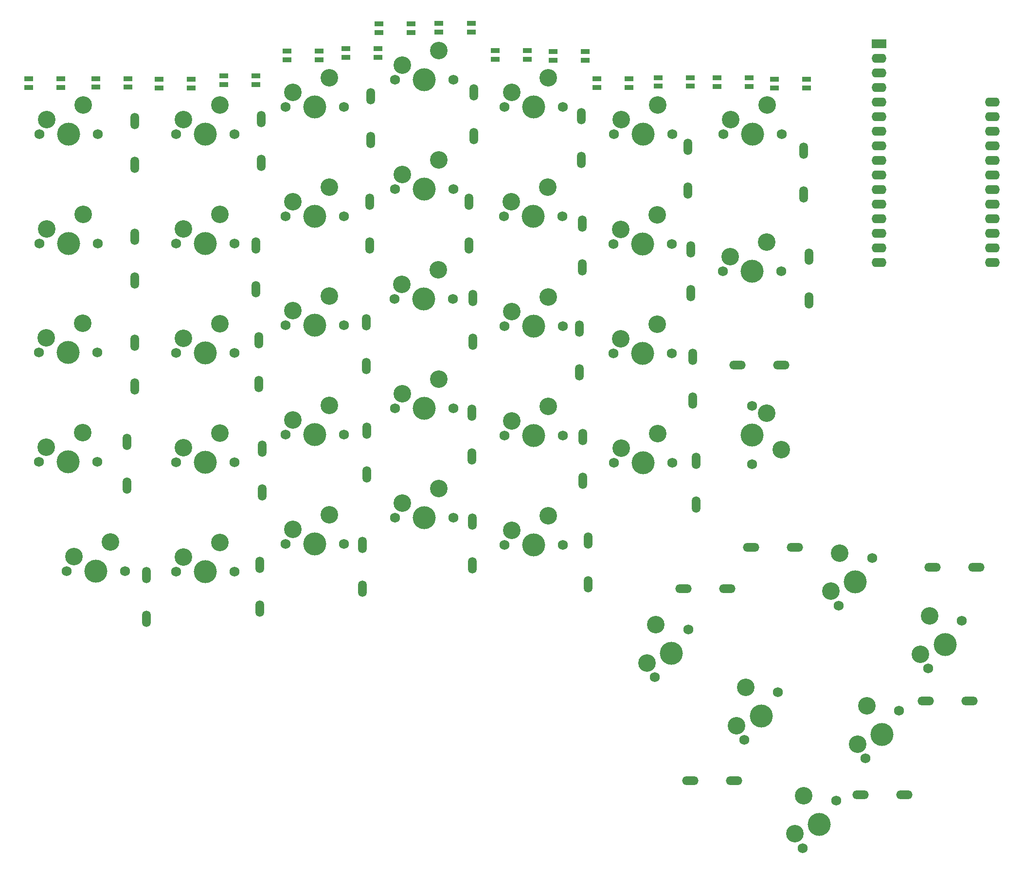
<source format=gbr>
%TF.GenerationSoftware,KiCad,Pcbnew,9.0.1*%
%TF.CreationDate,2025-07-25T21:26:32-04:00*%
%TF.ProjectId,splitboard left,73706c69-7462-46f6-9172-64206c656674,rev?*%
%TF.SameCoordinates,Original*%
%TF.FileFunction,Soldermask,Top*%
%TF.FilePolarity,Negative*%
%FSLAX46Y46*%
G04 Gerber Fmt 4.6, Leading zero omitted, Abs format (unit mm)*
G04 Created by KiCad (PCBNEW 9.0.1) date 2025-07-25 21:26:32*
%MOMM*%
%LPD*%
G01*
G04 APERTURE LIST*
G04 Aperture macros list*
%AMRoundRect*
0 Rectangle with rounded corners*
0 $1 Rounding radius*
0 $2 $3 $4 $5 $6 $7 $8 $9 X,Y pos of 4 corners*
0 Add a 4 corners polygon primitive as box body*
4,1,4,$2,$3,$4,$5,$6,$7,$8,$9,$2,$3,0*
0 Add four circle primitives for the rounded corners*
1,1,$1+$1,$2,$3*
1,1,$1+$1,$4,$5*
1,1,$1+$1,$6,$7*
1,1,$1+$1,$8,$9*
0 Add four rect primitives between the rounded corners*
20,1,$1+$1,$2,$3,$4,$5,0*
20,1,$1+$1,$4,$5,$6,$7,0*
20,1,$1+$1,$6,$7,$8,$9,0*
20,1,$1+$1,$8,$9,$2,$3,0*%
G04 Aperture macros list end*
%ADD10O,1.524800X2.845600*%
%ADD11O,2.845600X1.524800*%
%ADD12C,1.750000*%
%ADD13C,3.050000*%
%ADD14C,4.000000*%
%ADD15R,1.500000X0.820000*%
%ADD16RoundRect,0.250000X-1.050000X-0.550000X1.050000X-0.550000X1.050000X0.550000X-1.050000X0.550000X0*%
%ADD17O,2.600000X1.600000*%
G04 APERTURE END LIST*
D10*
%TO.C,D10*%
X102042500Y-63648750D03*
X102042500Y-56028750D03*
%TD*%
D11*
%TO.C,D21*%
X166062500Y-84448750D03*
X173682500Y-84448750D03*
%TD*%
D12*
%TO.C,SW11*%
X106451250Y-53838750D03*
D13*
X107721250Y-51298750D03*
D14*
X111531250Y-53838750D03*
D13*
X114071250Y-48758750D03*
D12*
X116611250Y-53838750D03*
%TD*%
%TO.C,SW32*%
X106517500Y-111063750D03*
D13*
X107787500Y-108523750D03*
D14*
X111597500Y-111063750D03*
D13*
X114137500Y-105983750D03*
D12*
X116677500Y-111063750D03*
%TD*%
D10*
%TO.C,D22*%
X59832500Y-105448750D03*
X59832500Y-97828750D03*
%TD*%
D15*
%TO.C,L50*%
X152300000Y-35910000D03*
X152300000Y-34410000D03*
X157900000Y-34410000D03*
X157900000Y-35910000D03*
%TD*%
D10*
%TO.C,D5*%
X138887500Y-48723750D03*
X138887500Y-41103750D03*
%TD*%
D12*
%TO.C,SW5*%
X125501250Y-39532500D03*
D13*
X126771250Y-36992500D03*
D14*
X130581250Y-39532500D03*
D13*
X133121250Y-34452500D03*
D12*
X135661250Y-39532500D03*
%TD*%
D15*
%TO.C,L42*%
X76680000Y-35600000D03*
X76680000Y-34100000D03*
X82280000Y-34100000D03*
X82280000Y-35600000D03*
%TD*%
D12*
%TO.C,SW33*%
X125517500Y-115803750D03*
D13*
X126787500Y-113263750D03*
D14*
X130597500Y-115803750D03*
D13*
X133137500Y-110723750D03*
D12*
X135677500Y-115803750D03*
%TD*%
D11*
%TO.C,D38*%
X195162500Y-159338750D03*
X187542500Y-159338750D03*
%TD*%
D10*
%TO.C,D9*%
X82262500Y-71233750D03*
X82262500Y-63613750D03*
%TD*%
%TO.C,D12*%
X139042500Y-67498750D03*
X139042500Y-59878750D03*
%TD*%
D12*
%TO.C,SW1*%
X44570500Y-44295000D03*
D13*
X45840500Y-41755000D03*
D14*
X49650500Y-44295000D03*
D13*
X52190500Y-39215000D03*
D12*
X54730500Y-44295000D03*
%TD*%
D10*
%TO.C,D14*%
X178542500Y-73218750D03*
X178542500Y-65598750D03*
%TD*%
D12*
%TO.C,SW8*%
X44570500Y-63298750D03*
D13*
X45840500Y-60758750D03*
D14*
X49650500Y-63298750D03*
D13*
X52190500Y-58218750D03*
D12*
X54730500Y-63298750D03*
%TD*%
D10*
%TO.C,D6*%
X157431250Y-54105000D03*
X157431250Y-46485000D03*
%TD*%
D11*
%TO.C,D37*%
X206466052Y-142982011D03*
X198846052Y-142982011D03*
%TD*%
%TO.C,D34*%
X156672500Y-123438750D03*
X164292500Y-123438750D03*
%TD*%
D15*
%TO.C,L52*%
X172540000Y-36220000D03*
X172540000Y-34720000D03*
X178140000Y-34720000D03*
X178140000Y-36220000D03*
%TD*%
D11*
%TO.C,D35*%
X157872500Y-156828750D03*
X165492500Y-156828750D03*
%TD*%
D12*
%TO.C,SW13*%
X144517500Y-63363750D03*
D13*
X145787500Y-60823750D03*
D14*
X149597500Y-63363750D03*
D13*
X152137500Y-58283750D03*
D12*
X154677500Y-63363750D03*
%TD*%
D10*
%TO.C,D4*%
X120162500Y-44583750D03*
X120162500Y-36963750D03*
%TD*%
D12*
%TO.C,SW37*%
X188362500Y-152973750D03*
D13*
X187010296Y-150476543D03*
D14*
X191276268Y-148812458D03*
D13*
X188571860Y-143818044D03*
D12*
X194190036Y-144651166D03*
%TD*%
%TO.C,SW34*%
X151687500Y-138848750D03*
D13*
X150335296Y-136351543D03*
D14*
X154601268Y-134687458D03*
D13*
X151896860Y-129693044D03*
D12*
X157515036Y-130526166D03*
%TD*%
D10*
%TO.C,D31*%
X100792500Y-123398750D03*
X100792500Y-115778750D03*
%TD*%
D12*
%TO.C,SW7*%
X163601250Y-44295000D03*
D13*
X164871250Y-41755000D03*
D14*
X168681250Y-44295000D03*
D13*
X171221250Y-39215000D03*
D12*
X173761250Y-44295000D03*
%TD*%
%TO.C,SW6*%
X144551250Y-44295000D03*
D13*
X145821250Y-41755000D03*
D14*
X149631250Y-44295000D03*
D13*
X152171250Y-39215000D03*
D12*
X154711250Y-44295000D03*
%TD*%
D15*
%TO.C,L40*%
X54440000Y-36070000D03*
X54440000Y-34570000D03*
X60040000Y-34570000D03*
X60040000Y-36070000D03*
%TD*%
D12*
%TO.C,SW16*%
X68351250Y-82338750D03*
D13*
X69621250Y-79798750D03*
D14*
X73431250Y-82338750D03*
D13*
X75971250Y-77258750D03*
D12*
X78511250Y-82338750D03*
%TD*%
%TO.C,SW2*%
X68351250Y-44295000D03*
D13*
X69621250Y-41755000D03*
D14*
X73431250Y-44295000D03*
D13*
X75971250Y-39215000D03*
D12*
X78511250Y-44295000D03*
%TD*%
D10*
%TO.C,D7*%
X177587500Y-54783750D03*
X177587500Y-47163750D03*
%TD*%
D12*
%TO.C,SW31*%
X87417500Y-115638750D03*
D13*
X88687500Y-113098750D03*
D14*
X92497500Y-115638750D03*
D13*
X95037500Y-110558750D03*
D12*
X97577500Y-115638750D03*
%TD*%
D15*
%TO.C,L39*%
X42730000Y-36100250D03*
X42730000Y-34600250D03*
X48330000Y-34600250D03*
X48330000Y-36100250D03*
%TD*%
D10*
%TO.C,D11*%
X119331250Y-63648750D03*
X119331250Y-56028750D03*
%TD*%
D12*
%TO.C,SW26*%
X125492500Y-96738750D03*
D13*
X126762500Y-94198750D03*
D14*
X130572500Y-96738750D03*
D13*
X133112500Y-91658750D03*
D12*
X135652500Y-96738750D03*
%TD*%
D10*
%TO.C,D1*%
X61187500Y-49583750D03*
X61187500Y-41963750D03*
%TD*%
D12*
%TO.C,SW12*%
X125467500Y-58588750D03*
D13*
X126737500Y-56048750D03*
D14*
X130547500Y-58588750D03*
D13*
X133087500Y-53508750D03*
D12*
X135627500Y-58588750D03*
%TD*%
%TO.C,SW18*%
X106392500Y-72938750D03*
D13*
X107662500Y-70398750D03*
D14*
X111472500Y-72938750D03*
D13*
X114012500Y-67858750D03*
D12*
X116552500Y-72938750D03*
%TD*%
D10*
%TO.C,D2*%
X83187500Y-49233750D03*
X83187500Y-41613750D03*
%TD*%
D12*
%TO.C,SW28*%
X183690036Y-126376166D03*
D13*
X182337832Y-123878959D03*
D14*
X186603804Y-122214874D03*
D13*
X183899396Y-117220460D03*
D12*
X189517572Y-118053582D03*
%TD*%
D10*
%TO.C,D17*%
X101472500Y-84608750D03*
X101472500Y-76988750D03*
%TD*%
D12*
%TO.C,SW35*%
X167312500Y-149773750D03*
D13*
X165960296Y-147276543D03*
D14*
X170226268Y-145612458D03*
D13*
X167521860Y-140618044D03*
D12*
X173140036Y-141451166D03*
%TD*%
D11*
%TO.C,D28*%
X176112500Y-116188750D03*
X168492500Y-116188750D03*
%TD*%
D10*
%TO.C,D16*%
X82782500Y-87808750D03*
X82782500Y-80188750D03*
%TD*%
%TO.C,D8*%
X61212500Y-69758750D03*
X61212500Y-62138750D03*
%TD*%
D12*
%TO.C,SW10*%
X87392500Y-58563750D03*
D13*
X88662500Y-56023750D03*
D14*
X92472500Y-58563750D03*
D13*
X95012500Y-53483750D03*
D12*
X97552500Y-58563750D03*
%TD*%
D10*
%TO.C,D20*%
X158312500Y-90638750D03*
X158312500Y-83018750D03*
%TD*%
D15*
%TO.C,L43*%
X87690000Y-31290000D03*
X87690000Y-29790000D03*
X93290000Y-29790000D03*
X93290000Y-31290000D03*
%TD*%
D10*
%TO.C,D24*%
X101572500Y-103558750D03*
X101572500Y-95938750D03*
%TD*%
D12*
%TO.C,SW3*%
X87401250Y-39532500D03*
D13*
X88671250Y-36992500D03*
D14*
X92481250Y-39532500D03*
D13*
X95021250Y-34452500D03*
D12*
X97561250Y-39532500D03*
%TD*%
D15*
%TO.C,L49*%
X141600000Y-36100250D03*
X141600000Y-34600250D03*
X147200000Y-34600250D03*
X147200000Y-36100250D03*
%TD*%
D12*
%TO.C,SW17*%
X87392500Y-77538750D03*
D13*
X88662500Y-74998750D03*
D14*
X92472500Y-77538750D03*
D13*
X95012500Y-72458750D03*
D12*
X97552500Y-77538750D03*
%TD*%
D10*
%TO.C,D18*%
X120052500Y-80408750D03*
X120052500Y-72788750D03*
%TD*%
D15*
%TO.C,L53*%
X162500000Y-35930000D03*
X162500000Y-34430000D03*
X168100000Y-34430000D03*
X168100000Y-35930000D03*
%TD*%
D16*
%TO.C,A1*%
X190730000Y-28520000D03*
D17*
X190730000Y-31060000D03*
X190730000Y-33600000D03*
X190730000Y-36140000D03*
X190730000Y-38680000D03*
X190730000Y-41220000D03*
X190730000Y-43760000D03*
X190730000Y-46300000D03*
X190730000Y-48840000D03*
X190730000Y-51380000D03*
X190730000Y-53920000D03*
X190730000Y-56460000D03*
X190730000Y-59000000D03*
X190730000Y-61540000D03*
X190730000Y-64080000D03*
X190730000Y-66620000D03*
X210450000Y-66620000D03*
X210450000Y-64080000D03*
X210450000Y-61540000D03*
X210450000Y-59000000D03*
X210450000Y-56460000D03*
X210450000Y-53920000D03*
X210450000Y-51380000D03*
X210450000Y-48840000D03*
X210450000Y-46300000D03*
X210450000Y-43760000D03*
X210450000Y-41220000D03*
X210450000Y-38680000D03*
%TD*%
D12*
%TO.C,SW19*%
X125501250Y-77678750D03*
D13*
X126771250Y-75138750D03*
D14*
X130581250Y-77678750D03*
D13*
X133121250Y-72598750D03*
D12*
X135661250Y-77678750D03*
%TD*%
D15*
%TO.C,L48*%
X133980000Y-31380000D03*
X133980000Y-29880000D03*
X139580000Y-29880000D03*
X139580000Y-31380000D03*
%TD*%
D10*
%TO.C,D33*%
X140082500Y-122678750D03*
X140082500Y-115058750D03*
%TD*%
D12*
%TO.C,SW9*%
X68392500Y-63338750D03*
D13*
X69662500Y-60798750D03*
D14*
X73472500Y-63338750D03*
D13*
X76012500Y-58258750D03*
D12*
X78552500Y-63338750D03*
%TD*%
%TO.C,SW4*%
X106451250Y-34770000D03*
D13*
X107721250Y-32230000D03*
D14*
X111531250Y-34770000D03*
D13*
X114071250Y-29690000D03*
D12*
X116611250Y-34770000D03*
%TD*%
%TO.C,SW38*%
X177412500Y-168623750D03*
D13*
X176060296Y-166126543D03*
D14*
X180326268Y-164462458D03*
D13*
X177621860Y-159468044D03*
D12*
X183240036Y-160301166D03*
%TD*%
D10*
%TO.C,D29*%
X63222500Y-128673750D03*
X63222500Y-121053750D03*
%TD*%
%TO.C,D3*%
X102262500Y-45308750D03*
X102262500Y-37688750D03*
%TD*%
%TO.C,D23*%
X83382500Y-106638750D03*
X83382500Y-99018750D03*
%TD*%
%TO.C,D13*%
X157922500Y-71978750D03*
X157922500Y-64358750D03*
%TD*%
D15*
%TO.C,L41*%
X65420000Y-36180000D03*
X65420000Y-34680000D03*
X71020000Y-34680000D03*
X71020000Y-36180000D03*
%TD*%
D12*
%TO.C,SW15*%
X44540500Y-82278750D03*
D13*
X45810500Y-79738750D03*
D14*
X49620500Y-82278750D03*
D13*
X52160500Y-77198750D03*
D12*
X54700500Y-82278750D03*
%TD*%
D15*
%TO.C,L46*%
X114140000Y-26450000D03*
X114140000Y-24950000D03*
X119740000Y-24950000D03*
X119740000Y-26450000D03*
%TD*%
D10*
%TO.C,D15*%
X61202500Y-88198750D03*
X61202500Y-80578750D03*
%TD*%
%TO.C,D25*%
X119852500Y-100378750D03*
X119852500Y-92758750D03*
%TD*%
D11*
%TO.C,D36*%
X207682500Y-119728750D03*
X200062500Y-119728750D03*
%TD*%
D10*
%TO.C,D30*%
X82956250Y-126908750D03*
X82956250Y-119288750D03*
%TD*%
D12*
%TO.C,SW29*%
X49301250Y-120413750D03*
D13*
X50571250Y-117873750D03*
D14*
X54381250Y-120413750D03*
D13*
X56921250Y-115333750D03*
D12*
X59461250Y-120413750D03*
%TD*%
D10*
%TO.C,D19*%
X138532500Y-85768750D03*
X138532500Y-78148750D03*
%TD*%
D12*
%TO.C,SW20*%
X144517500Y-82438750D03*
D13*
X145787500Y-79898750D03*
D14*
X149597500Y-82438750D03*
D13*
X152137500Y-77358750D03*
D12*
X154677500Y-82438750D03*
%TD*%
%TO.C,SW30*%
X68351250Y-120495000D03*
D13*
X69621250Y-117955000D03*
D14*
X73431250Y-120495000D03*
D13*
X75971250Y-115415000D03*
D12*
X78511250Y-120495000D03*
%TD*%
%TO.C,SW21*%
X168662500Y-91598750D03*
D13*
X171202500Y-92868750D03*
D14*
X168662500Y-96678750D03*
D13*
X173742500Y-99218750D03*
D12*
X168662500Y-101758750D03*
%TD*%
%TO.C,SW24*%
X87467500Y-96613750D03*
D13*
X88737500Y-94073750D03*
D14*
X92547500Y-96613750D03*
D13*
X95087500Y-91533750D03*
D12*
X97627500Y-96613750D03*
%TD*%
D10*
%TO.C,D32*%
X119982500Y-119323750D03*
X119982500Y-111703750D03*
%TD*%
D12*
%TO.C,SW36*%
X199301268Y-137312458D03*
D13*
X197949064Y-134815251D03*
D14*
X202215036Y-133151166D03*
D13*
X199510628Y-128156752D03*
D12*
X205128804Y-128989874D03*
%TD*%
%TO.C,SW25*%
X106442500Y-92013750D03*
D13*
X107712500Y-89473750D03*
D14*
X111522500Y-92013750D03*
D13*
X114062500Y-86933750D03*
D12*
X116602500Y-92013750D03*
%TD*%
%TO.C,SW27*%
X144542500Y-101463750D03*
D13*
X145812500Y-98923750D03*
D14*
X149622500Y-101463750D03*
D13*
X152162500Y-96383750D03*
D12*
X154702500Y-101463750D03*
%TD*%
D10*
%TO.C,D27*%
X158892500Y-108818750D03*
X158892500Y-101198750D03*
%TD*%
%TO.C,D26*%
X139132500Y-104628750D03*
X139132500Y-97008750D03*
%TD*%
D12*
%TO.C,SW23*%
X68367500Y-101413750D03*
D13*
X69637500Y-98873750D03*
D14*
X73447500Y-101413750D03*
D13*
X75987500Y-96333750D03*
D12*
X78527500Y-101413750D03*
%TD*%
D15*
%TO.C,L44*%
X97900000Y-30860000D03*
X97900000Y-29360000D03*
X103500000Y-29360000D03*
X103500000Y-30860000D03*
%TD*%
%TO.C,L47*%
X123890000Y-31190250D03*
X123890000Y-29690250D03*
X129490000Y-29690250D03*
X129490000Y-31190250D03*
%TD*%
D12*
%TO.C,SW14*%
X163517500Y-68113750D03*
D13*
X164787500Y-65573750D03*
D14*
X168597500Y-68113750D03*
D13*
X171137500Y-63033750D03*
D12*
X173677500Y-68113750D03*
%TD*%
%TO.C,SW22*%
X44542500Y-101338750D03*
D13*
X45812500Y-98798750D03*
D14*
X49622500Y-101338750D03*
D13*
X52162500Y-96258750D03*
D12*
X54702500Y-101338750D03*
%TD*%
D15*
%TO.C,L45*%
X103690000Y-26570000D03*
X103690000Y-25070000D03*
X109290000Y-25070000D03*
X109290000Y-26570000D03*
%TD*%
M02*

</source>
